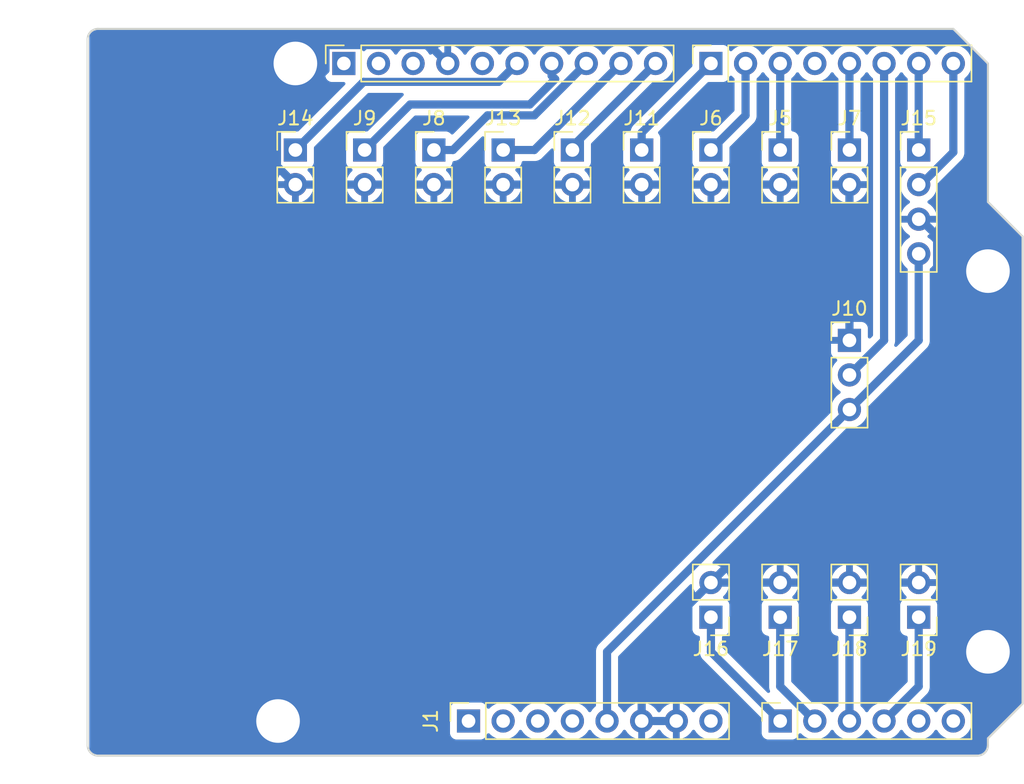
<source format=kicad_pcb>
(kicad_pcb (version 20221018) (generator pcbnew)
  (title_block (date "mar. 31 mars 2015"))
  (layers (0 "F.Cu" signal) (31 "B.Cu" signal) (34 "B.Paste" user) (35 "F.Paste" user) (36 "B.SilkS" user "B.Silkscreen") (37 "F.SilkS" user "F.Silkscreen") (38 "B.Mask" user) (39 "F.Mask" user) (44 "Edge.Cuts" user))
  (net 0 "")
  (net 1 "GND")
  (net 3 "/~{RESET}")
  (net 4 "/IOREF")
  (net 5 "/A0")
  (net 6 "/A1")
  (net 7 "/A2")
  (net 8 "/A3")
  (net 9 "/SDA{slash}A4")
  (net 10 "/SCL{slash}A5")
  (net 11 "/13")
  (net 12 "/12")
  (net 13 "/AREF")
  (net 14 "/8")
  (net 15 "/7")
  (net 16 "/*11")
  (net 17 "/*10")
  (net 18 "/*9")
  (net 19 "/4")
  (net 20 "/2")
  (net 21 "/*6")
  (net 22 "/*5")
  (net 23 "/TX{slash}1")
  (net 24 "/*3")
  (net 25 "/RX{slash}0")
  (net 26 "+3V3")
  (net 27 "+5V")
  (net 28 "VCC")
  (footprint "Connector_PinSocket_2.54mm:PinSocket_1x08_P2.54mm_Vertical" (layer "F.Cu") (at 127.94 97.46 90)
    (fp_text reference "J1" (at 0 -2.77 90) (layer "F.SilkS"))
    (fp_text value "Power")
    (fp_line (start -1.33 1.27) (end -1.33 19.11) (stroke (width 0.12)) (layer "F.SilkS"))
    (fp_line (start -1.33 1.27) (end 1.33 1.27) (stroke (width 0.12)) (layer "F.SilkS"))
    (fp_line (start -1.33 19.11) (end 1.33 19.11) (stroke (width 0.12)) (layer "F.SilkS"))
    (fp_line (start 0 -1.33) (end 1.33 -1.33) (stroke (width 0.12)) (layer "F.SilkS"))
    (fp_line (start 1.33 -1.33) (end 1.33 0) (stroke (width 0.12)) (layer "F.SilkS"))
    (fp_line (start 1.33 1.27) (end 1.33 19.11) (stroke (width 0.12)) (layer "F.SilkS"))
    (pad "1" thru_hole rect locked (at 0 0 90) (size 1.7 1.7) (drill 1) (layers "*.Cu" "*.Mask"))
    (pad "2" thru_hole oval locked (at 0 2.54 90) (size 1.7 1.7) (drill 1) (layers "*.Cu" "*.Mask") (net 4 "/IOREF"))
    (pad "3" thru_hole oval locked (at 0 5.08 90) (size 1.7 1.7) (drill 1) (layers "*.Cu" "*.Mask") (net 3 "/~{RESET}"))
    (pad "4" thru_hole oval locked (at 0 7.62 90) (size 1.7 1.7) (drill 1) (layers "*.Cu" "*.Mask") (net 26 "+3V3"))
    (pad "5" thru_hole oval locked (at 0 10.16 90) (size 1.7 1.7) (drill 1) (layers "*.Cu" "*.Mask") (net 27 "+5V"))
    (pad "6" thru_hole oval locked (at 0 12.7 90) (size 1.7 1.7) (drill 1) (layers "*.Cu" "*.Mask") (net 1 "GND"))
    (pad "7" thru_hole oval locked (at 0 15.24 90) (size 1.7 1.7) (drill 1) (layers "*.Cu" "*.Mask") (net 1 "GND"))
    (pad "8" thru_hole oval locked (at 0 17.78 90) (size 1.7 1.7) (drill 1) (layers "*.Cu" "*.Mask") (net 28 "VCC"))
  )
  (footprint "Connector_PinSocket_2.54mm:PinSocket_1x06_P2.54mm_Vertical" (layer "F.Cu") (at 150.8 97.46 90)
    (fp_text reference "J3" hide)
    (fp_text value "Analog")
    (fp_line (start -1.33 1.27) (end -1.33 14.03) (stroke (width 0.12)) (layer "F.SilkS"))
    (fp_line (start -1.33 1.27) (end 1.33 1.27) (stroke (width 0.12)) (layer "F.SilkS"))
    (fp_line (start -1.33 14.03) (end 1.33 14.03) (stroke (width 0.12)) (layer "F.SilkS"))
    (fp_line (start 0 -1.33) (end 1.33 -1.33) (stroke (width 0.12)) (layer "F.SilkS"))
    (fp_line (start 1.33 -1.33) (end 1.33 0) (stroke (width 0.12)) (layer "F.SilkS"))
    (fp_line (start 1.33 1.27) (end 1.33 14.03) (stroke (width 0.12)) (layer "F.SilkS"))
    (pad "1" thru_hole rect locked (at 0 0 90) (size 1.7 1.7) (drill 1) (layers "*.Cu" "*.Mask") (net 5 "/A0"))
    (pad "2" thru_hole oval locked (at 0 2.54 90) (size 1.7 1.7) (drill 1) (layers "*.Cu" "*.Mask") (net 6 "/A1"))
    (pad "3" thru_hole oval locked (at 0 5.08 90) (size 1.7 1.7) (drill 1) (layers "*.Cu" "*.Mask") (net 7 "/A2"))
    (pad "4" thru_hole oval locked (at 0 7.62 90) (size 1.7 1.7) (drill 1) (layers "*.Cu" "*.Mask") (net 8 "/A3"))
    (pad "5" thru_hole oval locked (at 0 10.16 90) (size 1.7 1.7) (drill 1) (layers "*.Cu" "*.Mask") (net 9 "/SDA{slash}A4"))
    (pad "6" thru_hole oval locked (at 0 12.7 90) (size 1.7 1.7) (drill 1) (layers "*.Cu" "*.Mask") (net 10 "/SCL{slash}A5"))
  )
  (footprint "Connector_PinSocket_2.54mm:PinSocket_1x10_P2.54mm_Vertical" (layer "F.Cu") (at 118.796 49.2 90)
    (fp_text reference "J2" hide)
    (fp_text value "Digital/PWM")
    (fp_line (start -1.33 1.27) (end -1.33 24.19) (stroke (width 0.12)) (layer "F.SilkS"))
    (fp_line (start -1.33 1.27) (end 1.33 1.27) (stroke (width 0.12)) (layer "F.SilkS"))
    (fp_line (start -1.33 24.19) (end 1.33 24.19) (stroke (width 0.12)) (layer "F.SilkS"))
    (fp_line (start 0 -1.33) (end 1.33 -1.33) (stroke (width 0.12)) (layer "F.SilkS"))
    (fp_line (start 1.33 -1.33) (end 1.33 0) (stroke (width 0.12)) (layer "F.SilkS"))
    (fp_line (start 1.33 1.27) (end 1.33 24.19) (stroke (width 0.12)) (layer "F.SilkS"))
    (pad "1" thru_hole rect locked (at 0 0 90) (size 1.7 1.7) (drill 1) (layers "*.Cu" "*.Mask") (net 10 "/SCL{slash}A5"))
    (pad "2" thru_hole oval locked (at 0 2.54 90) (size 1.7 1.7) (drill 1) (layers "*.Cu" "*.Mask") (net 9 "/SDA{slash}A4"))
    (pad "3" thru_hole oval locked (at 0 5.08 90) (size 1.7 1.7) (drill 1) (layers "*.Cu" "*.Mask") (net 13 "/AREF"))
    (pad "4" thru_hole oval locked (at 0 7.62 90) (size 1.7 1.7) (drill 1) (layers "*.Cu" "*.Mask") (net 1 "GND"))
    (pad "5" thru_hole oval locked (at 0 10.16 90) (size 1.7 1.7) (drill 1) (layers "*.Cu" "*.Mask") (net 11 "/13"))
    (pad "6" thru_hole oval locked (at 0 12.7 90) (size 1.7 1.7) (drill 1) (layers "*.Cu" "*.Mask") (net 12 "/12"))
    (pad "7" thru_hole oval locked (at 0 15.24 90) (size 1.7 1.7) (drill 1) (layers "*.Cu" "*.Mask") (net 16 "/*11"))
    (pad "8" thru_hole oval locked (at 0 17.78 90) (size 1.7 1.7) (drill 1) (layers "*.Cu" "*.Mask") (net 17 "/*10"))
    (pad "9" thru_hole oval locked (at 0 20.32 90) (size 1.7 1.7) (drill 1) (layers "*.Cu" "*.Mask") (net 18 "/*9"))
    (pad "10" thru_hole oval locked (at 0 22.86 90) (size 1.7 1.7) (drill 1) (layers "*.Cu" "*.Mask") (net 14 "/8"))
  )
  (footprint "Connector_PinSocket_2.54mm:PinSocket_1x08_P2.54mm_Vertical" (layer "F.Cu") (at 145.72 49.2 90)
    (fp_text reference "J4" hide)
    (fp_text value "Digital/PWM")
    (fp_line (start -1.33 1.27) (end -1.33 19.11) (stroke (width 0.12)) (layer "F.SilkS"))
    (fp_line (start -1.33 1.27) (end 1.33 1.27) (stroke (width 0.12)) (layer "F.SilkS"))
    (fp_line (start -1.33 19.11) (end 1.33 19.11) (stroke (width 0.12)) (layer "F.SilkS"))
    (fp_line (start 0 -1.33) (end 1.33 -1.33) (stroke (width 0.12)) (layer "F.SilkS"))
    (fp_line (start 1.33 -1.33) (end 1.33 0) (stroke (width 0.12)) (layer "F.SilkS"))
    (fp_line (start 1.33 1.27) (end 1.33 19.11) (stroke (width 0.12)) (layer "F.SilkS"))
    (pad "1" thru_hole rect locked (at 0 0 90) (size 1.7 1.7) (drill 1) (layers "*.Cu" "*.Mask") (net 15 "/7"))
    (pad "2" thru_hole oval locked (at 0 2.54 90) (size 1.7 1.7) (drill 1) (layers "*.Cu" "*.Mask") (net 21 "/*6"))
    (pad "3" thru_hole oval locked (at 0 5.08 90) (size 1.7 1.7) (drill 1) (layers "*.Cu" "*.Mask") (net 22 "/*5"))
    (pad "4" thru_hole oval locked (at 0 7.62 90) (size 1.7 1.7) (drill 1) (layers "*.Cu" "*.Mask") (net 19 "/4"))
    (pad "5" thru_hole oval locked (at 0 10.16 90) (size 1.7 1.7) (drill 1) (layers "*.Cu" "*.Mask") (net 24 "/*3"))
    (pad "6" thru_hole oval locked (at 0 12.7 90) (size 1.7 1.7) (drill 1) (layers "*.Cu" "*.Mask") (net 20 "/2"))
    (pad "7" thru_hole oval locked (at 0 15.24 90) (size 1.7 1.7) (drill 1) (layers "*.Cu" "*.Mask") (net 23 "/TX{slash}1"))
    (pad "8" thru_hole oval locked (at 0 17.78 90) (size 1.7 1.7) (drill 1) (layers "*.Cu" "*.Mask") (net 25 "/RX{slash}0"))
  )
  (footprint "Connector_PinHeader_2.54mm:PinHeader_1x02_P2.54mm_Vertical" (layer "F.Cu") (at 160.96 89.84 180)
    (fp_text reference "J19" (at 0 -2.33) (layer "F.SilkS"))
    (fp_text value "SENSOR_4")
    (fp_line (start -1.33 -1.33) (end 0 -1.33) (stroke (width 0.12)) (layer "F.SilkS"))
    (fp_line (start -1.33 0) (end -1.33 -1.33) (stroke (width 0.12)) (layer "F.SilkS"))
    (fp_line (start -1.33 1.27) (end -1.33 3.87) (stroke (width 0.12)) (layer "F.SilkS"))
    (fp_line (start -1.33 1.27) (end 1.33 1.27) (stroke (width 0.12)) (layer "F.SilkS"))
    (fp_line (start -1.33 3.87) (end 1.33 3.87) (stroke (width 0.12)) (layer "F.SilkS"))
    (fp_line (start 1.33 1.27) (end 1.33 3.87) (stroke (width 0.12)) (layer "F.SilkS"))
    (pad "1" thru_hole rect (at 0 0 180) (size 1.7 1.7) (drill 1) (layers "*.Cu" "*.Mask") (net 8 "/A3"))
    (pad "2" thru_hole oval (at 0 2.54 180) (size 1.7 1.7) (drill 1) (layers "*.Cu" "*.Mask") (net 1 "GND"))
  )
  (footprint "Connector_PinHeader_2.54mm:PinHeader_1x03_P2.54mm_Vertical" (layer "F.Cu") (at 155.88 69.52)
    (fp_text reference "J10" (at 0 -2.33) (layer "F.SilkS"))
    (fp_text value "RELAYS")
    (fp_line (start -1.33 -1.33) (end 0 -1.33) (stroke (width 0.12)) (layer "F.SilkS"))
    (fp_line (start -1.33 0) (end -1.33 -1.33) (stroke (width 0.12)) (layer "F.SilkS"))
    (fp_line (start -1.33 1.27) (end -1.33 6.41) (stroke (width 0.12)) (layer "F.SilkS"))
    (fp_line (start -1.33 1.27) (end 1.33 1.27) (stroke (width 0.12)) (layer "F.SilkS"))
    (fp_line (start -1.33 6.41) (end 1.33 6.41) (stroke (width 0.12)) (layer "F.SilkS"))
    (fp_line (start 1.33 1.27) (end 1.33 6.41) (stroke (width 0.12)) (layer "F.SilkS"))
    (pad "1" thru_hole rect (at 0 0) (size 1.7 1.7) (drill 1) (layers "*.Cu" "*.Mask") (net 1 "GND"))
    (pad "2" thru_hole oval (at 0 2.54) (size 1.7 1.7) (drill 1) (layers "*.Cu" "*.Mask") (net 20 "/2"))
    (pad "3" thru_hole oval (at 0 5.08) (size 1.7 1.7) (drill 1) (layers "*.Cu" "*.Mask") (net 27 "+5V"))
  )
  (footprint "Connector_PinHeader_2.54mm:PinHeader_1x02_P2.54mm_Vertical" (layer "F.Cu") (at 155.88 55.55)
    (fp_text reference "J7" (at 0 -2.33) (layer "F.SilkS"))
    (fp_text value "LED_BOTON")
    (fp_line (start -1.33 -1.33) (end 0 -1.33) (stroke (width 0.12)) (layer "F.SilkS"))
    (fp_line (start -1.33 0) (end -1.33 -1.33) (stroke (width 0.12)) (layer "F.SilkS"))
    (fp_line (start -1.33 1.27) (end -1.33 3.87) (stroke (width 0.12)) (layer "F.SilkS"))
    (fp_line (start -1.33 1.27) (end 1.33 1.27) (stroke (width 0.12)) (layer "F.SilkS"))
    (fp_line (start -1.33 3.87) (end 1.33 3.87) (stroke (width 0.12)) (layer "F.SilkS"))
    (fp_line (start 1.33 1.27) (end 1.33 3.87) (stroke (width 0.12)) (layer "F.SilkS"))
    (pad "1" thru_hole rect (at 0 0) (size 1.7 1.7) (drill 1) (layers "*.Cu" "*.Mask") (net 24 "/*3"))
    (pad "2" thru_hole oval (at 0 2.54) (size 1.7 1.7) (drill 1) (layers "*.Cu" "*.Mask") (net 1 "GND"))
  )
  (footprint "Connector_PinHeader_2.54mm:PinHeader_1x02_P2.54mm_Vertical" (layer "F.Cu") (at 150.8 89.84 180)
    (fp_text reference "J17" (at 0 -2.33) (layer "F.SilkS"))
    (fp_text value "SENSOR_2")
    (fp_line (start -1.33 -1.33) (end 0 -1.33) (stroke (width 0.12)) (layer "F.SilkS"))
    (fp_line (start -1.33 0) (end -1.33 -1.33) (stroke (width 0.12)) (layer "F.SilkS"))
    (fp_line (start -1.33 1.27) (end -1.33 3.87) (stroke (width 0.12)) (layer "F.SilkS"))
    (fp_line (start -1.33 1.27) (end 1.33 1.27) (stroke (width 0.12)) (layer "F.SilkS"))
    (fp_line (start -1.33 3.87) (end 1.33 3.87) (stroke (width 0.12)) (layer "F.SilkS"))
    (fp_line (start 1.33 1.27) (end 1.33 3.87) (stroke (width 0.12)) (layer "F.SilkS"))
    (pad "1" thru_hole rect (at 0 0 180) (size 1.7 1.7) (drill 1) (layers "*.Cu" "*.Mask") (net 6 "/A1"))
    (pad "2" thru_hole oval (at 0 2.54 180) (size 1.7 1.7) (drill 1) (layers "*.Cu" "*.Mask") (net 1 "GND"))
  )
  (footprint "Connector_PinHeader_2.54mm:PinHeader_1x04_P2.54mm_Vertical" (layer "F.Cu") (at 160.96 55.55)
    (fp_text reference "J15" (at 0 -2.33) (layer "F.SilkS"))
    (fp_text value "MP3")
    (fp_line (start -1.33 -1.33) (end 0 -1.33) (stroke (width 0.12)) (layer "F.SilkS"))
    (fp_line (start -1.33 0) (end -1.33 -1.33) (stroke (width 0.12)) (layer "F.SilkS"))
    (fp_line (start -1.33 1.27) (end -1.33 8.95) (stroke (width 0.12)) (layer "F.SilkS"))
    (fp_line (start -1.33 1.27) (end 1.33 1.27) (stroke (width 0.12)) (layer "F.SilkS"))
    (fp_line (start -1.33 8.95) (end 1.33 8.95) (stroke (width 0.12)) (layer "F.SilkS"))
    (fp_line (start 1.33 1.27) (end 1.33 8.95) (stroke (width 0.12)) (layer "F.SilkS"))
    (pad "1" thru_hole rect (at 0 0) (size 1.7 1.7) (drill 1) (layers "*.Cu" "*.Mask") (net 23 "/TX{slash}1"))
    (pad "2" thru_hole oval (at 0 2.54) (size 1.7 1.7) (drill 1) (layers "*.Cu" "*.Mask") (net 25 "/RX{slash}0"))
    (pad "3" thru_hole oval (at 0 5.08) (size 1.7 1.7) (drill 1) (layers "*.Cu" "*.Mask") (net 1 "GND"))
    (pad "4" thru_hole oval (at 0 7.62) (size 1.7 1.7) (drill 1) (layers "*.Cu" "*.Mask") (net 27 "+5V"))
  )
  (footprint "Arduino_MountingHole:MountingHole_3.2mm" (layer "F.Cu") (at 115.24 49.2)
    (fp_text reference "MH1" hide)
    (fp_text value "MountingHole_3.2mm" hide)
    (pad "" np_thru_hole circle locked (at 0 0) (size 3.2 3.2) (drill 3.2) (layers "*.Cu" "*.Mask"))
  )
  (footprint "Connector_PinHeader_2.54mm:PinHeader_1x02_P2.54mm_Vertical" (layer "F.Cu") (at 140.64 55.55)
    (fp_text reference "J11" (at 0 -2.33) (layer "F.SilkS"))
    (fp_text value "ROJO_1")
    (fp_line (start -1.33 -1.33) (end 0 -1.33) (stroke (width 0.12)) (layer "F.SilkS"))
    (fp_line (start -1.33 0) (end -1.33 -1.33) (stroke (width 0.12)) (layer "F.SilkS"))
    (fp_line (start -1.33 1.27) (end -1.33 3.87) (stroke (width 0.12)) (layer "F.SilkS"))
    (fp_line (start -1.33 1.27) (end 1.33 1.27) (stroke (width 0.12)) (layer "F.SilkS"))
    (fp_line (start -1.33 3.87) (end 1.33 3.87) (stroke (width 0.12)) (layer "F.SilkS"))
    (fp_line (start 1.33 1.27) (end 1.33 3.87) (stroke (width 0.12)) (layer "F.SilkS"))
    (pad "1" thru_hole rect (at 0 0) (size 1.7 1.7) (drill 1) (layers "*.Cu" "*.Mask") (net 15 "/7"))
    (pad "2" thru_hole oval (at 0 2.54) (size 1.7 1.7) (drill 1) (layers "*.Cu" "*.Mask") (net 1 "GND"))
  )
  (footprint "Connector_PinHeader_2.54mm:PinHeader_1x02_P2.54mm_Vertical" (layer "F.Cu") (at 120.32 55.55)
    (fp_text reference "J9" (at 0 -2.33) (layer "F.SilkS"))
    (fp_text value "LED_LLEGADA_2")
    (fp_line (start -1.33 -1.33) (end 0 -1.33) (stroke (width 0.12)) (layer "F.SilkS"))
    (fp_line (start -1.33 0) (end -1.33 -1.33) (stroke (width 0.12)) (layer "F.SilkS"))
    (fp_line (start -1.33 1.27) (end -1.33 3.87) (stroke (width 0.12)) (layer "F.SilkS"))
    (fp_line (start -1.33 1.27) (end 1.33 1.27) (stroke (width 0.12)) (layer "F.SilkS"))
    (fp_line (start -1.33 3.87) (end 1.33 3.87) (stroke (width 0.12)) (layer "F.SilkS"))
    (fp_line (start 1.33 1.27) (end 1.33 3.87) (stroke (width 0.12)) (layer "F.SilkS"))
    (pad "1" thru_hole rect (at 0 0) (size 1.7 1.7) (drill 1) (layers "*.Cu" "*.Mask") (net 16 "/*11"))
    (pad "2" thru_hole oval (at 0 2.54) (size 1.7 1.7) (drill 1) (layers "*.Cu" "*.Mask") (net 1 "GND"))
  )
  (footprint "Connector_PinHeader_2.54mm:PinHeader_1x02_P2.54mm_Vertical" (layer "F.Cu") (at 135.56 55.55)
    (fp_text reference "J12" (at 0 -2.33) (layer "F.SilkS"))
    (fp_text value "ROJO_2")
    (fp_line (start -1.33 -1.33) (end 0 -1.33) (stroke (width 0.12)) (layer "F.SilkS"))
    (fp_line (start -1.33 0) (end -1.33 -1.33) (stroke (width 0.12)) (layer "F.SilkS"))
    (fp_line (start -1.33 1.27) (end -1.33 3.87) (stroke (width 0.12)) (layer "F.SilkS"))
    (fp_line (start -1.33 1.27) (end 1.33 1.27) (stroke (width 0.12)) (layer "F.SilkS"))
    (fp_line (start -1.33 3.87) (end 1.33 3.87) (stroke (width 0.12)) (layer "F.SilkS"))
    (fp_line (start 1.33 1.27) (end 1.33 3.87) (stroke (width 0.12)) (layer "F.SilkS"))
    (pad "1" thru_hole rect (at 0 0) (size 1.7 1.7) (drill 1) (layers "*.Cu" "*.Mask") (net 14 "/8"))
    (pad "2" thru_hole oval (at 0 2.54) (size 1.7 1.7) (drill 1) (layers "*.Cu" "*.Mask") (net 1 "GND"))
  )
  (footprint "Connector_PinHeader_2.54mm:PinHeader_1x02_P2.54mm_Vertical" (layer "F.Cu") (at 145.72 89.84 180)
    (fp_text reference "J16" (at 0 -2.33) (layer "F.SilkS"))
    (fp_text value "SENSOR_1")
    (fp_line (start -1.33 -1.33) (end 0 -1.33) (stroke (width 0.12)) (layer "F.SilkS"))
    (fp_line (start -1.33 0) (end -1.33 -1.33) (stroke (width 0.12)) (layer "F.SilkS"))
    (fp_line (start -1.33 1.27) (end -1.33 3.87) (stroke (width 0.12)) (layer "F.SilkS"))
    (fp_line (start -1.33 1.27) (end 1.33 1.27) (stroke (width 0.12)) (layer "F.SilkS"))
    (fp_line (start -1.33 3.87) (end 1.33 3.87) (stroke (width 0.12)) (layer "F.SilkS"))
    (fp_line (start 1.33 1.27) (end 1.33 3.87) (stroke (width 0.12)) (layer "F.SilkS"))
    (pad "1" thru_hole rect (at 0 0 180) (size 1.7 1.7) (drill 1) (layers "*.Cu" "*.Mask") (net 5 "/A0"))
    (pad "2" thru_hole oval (at 0 2.54 180) (size 1.7 1.7) (drill 1) (layers "*.Cu" "*.Mask") (net 1 "GND"))
  )
  (footprint "Connector_PinHeader_2.54mm:PinHeader_1x02_P2.54mm_Vertical" (layer "F.Cu") (at 145.72 55.55)
    (fp_text reference "J6" (at 0 -2.33) (layer "F.SilkS"))
    (fp_text value "LED_PARTIDA_2")
    (fp_line (start -1.33 -1.33) (end 0 -1.33) (stroke (width 0.12)) (layer "F.SilkS"))
    (fp_line (start -1.33 0) (end -1.33 -1.33) (stroke (width 0.12)) (layer "F.SilkS"))
    (fp_line (start -1.33 1.27) (end -1.33 3.87) (stroke (width 0.12)) (layer "F.SilkS"))
    (fp_line (start -1.33 1.27) (end 1.33 1.27) (stroke (width 0.12)) (layer "F.SilkS"))
    (fp_line (start -1.33 3.87) (end 1.33 3.87) (stroke (width 0.12)) (layer "F.SilkS"))
    (fp_line (start 1.33 1.27) (end 1.33 3.87) (stroke (width 0.12)) (layer "F.SilkS"))
    (pad "1" thru_hole rect (at 0 0) (size 1.7 1.7) (drill 1) (layers "*.Cu" "*.Mask") (net 21 "/*6"))
    (pad "2" thru_hole oval (at 0 2.54) (size 1.7 1.7) (drill 1) (layers "*.Cu" "*.Mask") (net 1 "GND"))
  )
  (footprint "Connector_PinHeader_2.54mm:PinHeader_1x02_P2.54mm_Vertical" (layer "F.Cu") (at 155.88 89.84 180)
    (fp_text reference "J18" (at 0 -2.33) (layer "F.SilkS"))
    (fp_text value "SENSOR_3")
    (fp_line (start -1.33 -1.33) (end 0 -1.33) (stroke (width 0.12)) (layer "F.SilkS"))
    (fp_line (start -1.33 0) (end -1.33 -1.33) (stroke (width 0.12)) (layer "F.SilkS"))
    (fp_line (start -1.33 1.27) (end -1.33 3.87) (stroke (width 0.12)) (layer "F.SilkS"))
    (fp_line (start -1.33 1.27) (end 1.33 1.27) (stroke (width 0.12)) (layer "F.SilkS"))
    (fp_line (start -1.33 3.87) (end 1.33 3.87) (stroke (width 0.12)) (layer "F.SilkS"))
    (fp_line (start 1.33 1.27) (end 1.33 3.87) (stroke (width 0.12)) (layer "F.SilkS"))
    (pad "1" thru_hole rect (at 0 0 180) (size 1.7 1.7) (drill 1) (layers "*.Cu" "*.Mask") (net 7 "/A2"))
    (pad "2" thru_hole oval (at 0 2.54 180) (size 1.7 1.7) (drill 1) (layers "*.Cu" "*.Mask") (net 1 "GND"))
  )
  (footprint "Connector_PinHeader_2.54mm:PinHeader_1x02_P2.54mm_Vertical" (layer "F.Cu") (at 115.24 55.55)
    (fp_text reference "J14" (at 0 -2.33) (layer "F.SilkS"))
    (fp_text value "VERDE")
    (fp_line (start -1.33 -1.33) (end 0 -1.33) (stroke (width 0.12)) (layer "F.SilkS"))
    (fp_line (start -1.33 0) (end -1.33 -1.33) (stroke (width 0.12)) (layer "F.SilkS"))
    (fp_line (start -1.33 1.27) (end -1.33 3.87) (stroke (width 0.12)) (layer "F.SilkS"))
    (fp_line (start -1.33 1.27) (end 1.33 1.27) (stroke (width 0.12)) (layer "F.SilkS"))
    (fp_line (start -1.33 3.87) (end 1.33 3.87) (stroke (width 0.12)) (layer "F.SilkS"))
    (fp_line (start 1.33 1.27) (end 1.33 3.87) (stroke (width 0.12)) (layer "F.SilkS"))
    (pad "1" thru_hole rect (at 0 0) (size 1.7 1.7) (drill 1) (layers "*.Cu" "*.Mask") (net 12 "/12"))
    (pad "2" thru_hole oval (at 0 2.54) (size 1.7 1.7) (drill 1) (layers "*.Cu" "*.Mask") (net 1 "GND"))
  )
  (footprint "Connector_PinHeader_2.54mm:PinHeader_1x02_P2.54mm_Vertical" (layer "F.Cu") (at 125.4 55.55)
    (fp_text reference "J8" (at 0 -2.33) (layer "F.SilkS"))
    (fp_text value "LED_LLEGADA_1")
    (fp_line (start -1.33 -1.33) (end 0 -1.33) (stroke (width 0.12)) (layer "F.SilkS"))
    (fp_line (start -1.33 0) (end -1.33 -1.33) (stroke (width 0.12)) (layer "F.SilkS"))
    (fp_line (start -1.33 1.27) (end -1.33 3.87) (stroke (width 0.12)) (layer "F.SilkS"))
    (fp_line (start -1.33 1.27) (end 1.33 1.27) (stroke (width 0.12)) (layer "F.SilkS"))
    (fp_line (start -1.33 3.87) (end 1.33 3.87) (stroke (width 0.12)) (layer "F.SilkS"))
    (fp_line (start 1.33 1.27) (end 1.33 3.87) (stroke (width 0.12)) (layer "F.SilkS"))
    (pad "1" thru_hole rect (at 0 0) (size 1.7 1.7) (drill 1) (layers "*.Cu" "*.Mask") (net 17 "/*10"))
    (pad "2" thru_hole oval (at 0 2.54) (size 1.7 1.7) (drill 1) (layers "*.Cu" "*.Mask") (net 1 "GND"))
  )
  (footprint "Connector_PinHeader_2.54mm:PinHeader_1x02_P2.54mm_Vertical" (layer "F.Cu") (at 130.48 55.55)
    (fp_text reference "J13" (at 0 -2.33) (layer "F.SilkS"))
    (fp_text value "ROJO_3")
    (fp_line (start -1.33 -1.33) (end 0 -1.33) (stroke (width 0.12)) (layer "F.SilkS"))
    (fp_line (start -1.33 0) (end -1.33 -1.33) (stroke (width 0.12)) (layer "F.SilkS"))
    (fp_line (start -1.33 1.27) (end -1.33 3.87) (stroke (width 0.12)) (layer "F.SilkS"))
    (fp_line (start -1.33 1.27) (end 1.33 1.27) (stroke (width 0.12)) (layer "F.SilkS"))
    (fp_line (start -1.33 3.87) (end 1.33 3.87) (stroke (width 0.12)) (layer "F.SilkS"))
    (fp_line (start 1.33 1.27) (end 1.33 3.87) (stroke (width 0.12)) (layer "F.SilkS"))
    (pad "1" thru_hole rect (at 0 0) (size 1.7 1.7) (drill 1) (layers "*.Cu" "*.Mask") (net 18 "/*9"))
    (pad "2" thru_hole oval (at 0 2.54) (size 1.7 1.7) (drill 1) (layers "*.Cu" "*.Mask") (net 1 "GND"))
  )
  (footprint "Arduino_MountingHole:MountingHole_3.2mm" (layer "F.Cu") (at 113.97 97.46)
    (fp_text reference "MH2" hide)
    (fp_text value "MountingHole_3.2mm" hide)
    (pad "" np_thru_hole circle locked (at 0 0) (size 3.2 3.2) (drill 3.2) (layers "*.Cu" "*.Mask"))
  )
  (footprint "Arduino_MountingHole:MountingHole_3.2mm" (layer "F.Cu") (at 166.04 64.44)
    (fp_text reference "MH3" hide)
    (fp_text value "MountingHole_3.2mm" hide)
    (pad "" np_thru_hole circle locked (at 0 0) (size 3.2 3.2) (drill 3.2) (layers "*.Cu" "*.Mask"))
  )
  (footprint "Arduino_MountingHole:MountingHole_3.2mm" (layer "F.Cu") (at 166.04 92.38)
    (fp_text reference "MH4" hide)
    (fp_text value "MountingHole_3.2mm" hide)
    (pad "" np_thru_hole circle locked (at 0 0) (size 3.2 3.2) (drill 3.2) (layers "*.Cu" "*.Mask"))
  )
  (footprint "Connector_PinHeader_2.54mm:PinHeader_1x02_P2.54mm_Vertical" (layer "F.Cu") (at 150.8 55.55)
    (fp_text reference "J5" (at 0 -2.33) (layer "F.SilkS"))
    (fp_text value "LED_PARTIDA_1")
    (fp_line (start -1.33 -1.33) (end 0 -1.33) (stroke (width 0.12)) (layer "F.SilkS"))
    (fp_line (start -1.33 0) (end -1.33 -1.33) (stroke (width 0.12)) (layer "F.SilkS"))
    (fp_line (start -1.33 1.27) (end -1.33 3.87) (stroke (width 0.12)) (layer "F.SilkS"))
    (fp_line (start -1.33 1.27) (end 1.33 1.27) (stroke (width 0.12)) (layer "F.SilkS"))
    (fp_line (start -1.33 3.87) (end 1.33 3.87) (stroke (width 0.12)) (layer "F.SilkS"))
    (fp_line (start 1.33 1.27) (end 1.33 3.87) (stroke (width 0.12)) (layer "F.SilkS"))
    (pad "1" thru_hole rect (at 0 0) (size 1.7 1.7) (drill 1) (layers "*.Cu" "*.Mask") (net 22 "/*5"))
    (pad "2" thru_hole oval (at 0 2.54) (size 1.7 1.7) (drill 1) (layers "*.Cu" "*.Mask") (net 1 "GND"))
  )
  (gr_line (start 166.04 59.36) (end 168.58 61.9) (stroke (width 0.15)) (layer "Edge.Cuts"))
  (gr_line (start 100 99.238) (end 100 47.422) (stroke (width 0.15)) (layer "Edge.Cuts"))
  (gr_line (start 168.58 61.9) (end 168.58 96.19) (stroke (width 0.15)) (layer "Edge.Cuts"))
  (gr_line (start 165.278 100) (end 100.762 100) (stroke (width 0.15)) (layer "Edge.Cuts"))
  (gr_line (start 100.762 46.66) (end 163.5 46.66) (stroke (width 0.15)) (layer "Edge.Cuts"))
  (gr_arc (start 100.762 100) (mid 100.223185 99.776815) (end 100 99.238) (stroke (width 0.15)) (layer "Edge.Cuts"))
  (gr_line (start 168.58 96.19) (end 166.04 98.73) (stroke (width 0.15)) (layer "Edge.Cuts"))
  (gr_line (start 163.5 46.66) (end 166.04 49.2) (stroke (width 0.15)) (layer "Edge.Cuts"))
  (gr_arc (start 166.04 99.238) (mid 165.816815 99.776815) (end 165.278 100) (stroke (width 0.15)) (layer "Edge.Cuts"))
  (gr_line (start 166.04 49.2) (end 166.04 59.36) (stroke (width 0.15)) (layer "Edge.Cuts"))
  (gr_line (start 166.04 98.73) (end 166.04 99.238) (stroke (width 0.15)) (layer "Edge.Cuts"))
  (gr_arc (start 100 47.422) (mid 100.223185 46.883185) (end 100.762 46.66) (stroke (width 0.15)) (layer "Edge.Cuts"))
  (segment (start 150.8 58.09) (end 155.88 58.09) (width 0.6) (layer "B.Cu") (net 1))
  (segment (start 162.31 70.71) (end 145.72 87.3) (width 0.6) (layer "B.Cu") (net 1))
  (segment (start 145.72 58.09) (end 150.8 58.09) (width 0.6) (layer "B.Cu") (net 1))
  (segment (start 160.96 60.63) (end 161.087 60.63) (width 0.6) (layer "B.Cu") (net 1))
  (segment (start 140.64 97.46) (end 143.18 97.46) (width 0.6) (layer "B.Cu") (net 1))
  (segment (start 140.64 58.09) (end 145.72 58.09) (width 0.6) (layer "B.Cu") (net 1))
  (segment (start 140.64 97.46) (end 140.64 92.38) (width 0.6) (layer "B.Cu") (net 1))
  (segment (start 140.64 92.38) (end 145.72 87.3) (width 0.6) (layer "B.Cu") (net 1))
  (segment (start 125.4 58.09) (end 130.48 58.09) (width 0.6) (layer "B.Cu") (net 1))
  (segment (start 135.56 58.09) (end 140.64 58.09) (width 0.6) (layer "B.Cu") (net 1))
  (segment (start 155.88 69.52) (end 155.88 58.09) (width 0.6) (layer "B.Cu") (net 1))
  (segment (start 145.72 87.3) (end 150.8 87.3) (width 0.6) (layer "B.Cu") (net 1))
  (segment (start 155.88 87.3) (end 160.96 87.3) (width 0.6) (layer "B.Cu") (net 1))
  (segment (start 117.446 49.681006) (end 117.446 47.85) (width 0.6) (layer "B.Cu") (net 1))
  (segment (start 150.8 87.3) (end 155.88 87.3) (width 0.6) (layer "B.Cu") (net 1))
  (segment (start 117.446 47.85) (end 125.066 47.85) (width 0.6) (layer "B.Cu") (net 1))
  (segment (start 113.89 53.237006) (end 117.446 49.681006) (width 0.6) (layer "B.Cu") (net 1))
  (segment (start 125.066 47.85) (end 126.416 49.2) (width 0.6) (layer "B.Cu") (net 1))
  (segment (start 113.89 56.74) (end 113.89 53.237006) (width 0.6) (layer "B.Cu") (net 1))
  (segment (start 115.24 58.09) (end 113.89 56.74) (width 0.6) (layer "B.Cu") (net 1))
  (segment (start 130.48 58.09) (end 135.56 58.09) (width 0.6) (layer "B.Cu") (net 1))
  (segment (start 115.24 58.09) (end 120.32 58.09) (width 0.6) (layer "B.Cu") (net 1))
  (segment (start 162.31 61.853) (end 162.31 70.71) (width 0.6) (layer "B.Cu") (net 1))
  (segment (start 120.32 58.09) (end 125.4 58.09) (width 0.6) (layer "B.Cu") (net 1))
  (segment (start 161.087 60.63) (end 162.31 61.853) (width 0.6) (layer "B.Cu") (net 1))
  (segment (start 145.72 89.84) (end 145.72 92.38) (width 0.6) (layer "B.Cu") (net 5))
  (segment (start 145.72 92.38) (end 150.8 97.46) (width 0.6) (layer "B.Cu") (net 5))
  (segment (start 150.8 89.84) (end 150.8 94.92) (width 0.6) (layer "B.Cu") (net 6))
  (segment (start 150.8 94.92) (end 153.34 97.46) (width 0.6) (layer "B.Cu") (net 6))
  (segment (start 155.88 89.84) (end 155.88 97.46) (width 0.6) (layer "B.Cu") (net 7))
  (segment (start 160.96 94.92) (end 158.42 97.46) (width 0.6) (layer "B.Cu") (net 8))
  (segment (start 160.96 89.84) (end 160.96 94.92) (width 0.6) (layer "B.Cu") (net 8))
  (segment (start 130.146 50.55) (end 131.496 49.2) (width 0.6) (layer "B.Cu") (net 12))
  (segment (start 115.24 55.55) (end 120.24 50.55) (width 0.6) (layer "B.Cu") (net 12))
  (segment (start 120.24 50.55) (end 130.146 50.55) (width 0.6) (layer "B.Cu") (net 12))
  (segment (start 135.56 55.296) (end 135.56 55.55) (width 0.6) (layer "B.Cu") (net 14))
  (segment (start 141.656 49.2) (end 135.56 55.296) (width 0.6) (layer "B.Cu") (net 14))
  (segment (start 145.72 49.2) (end 140.64 54.28) (width 0.6) (layer "B.Cu") (net 15))
  (segment (start 140.64 54.28) (end 140.64 55.55) (width 0.6) (layer "B.Cu") (net 15))
  (segment (start 134.295815 50.348815) (end 134.036 50.089) (width 0.6) (layer "B.Cu") (net 16))
  (segment (start 120.32 55.55) (end 123.66 52.21) (width 0.6) (layer "B.Cu") (net 16))
  (segment (start 134.036 50.089) (end 134.036 49.2) (width 0.6) (layer "B.Cu") (net 16))
  (segment (start 123.66 52.21) (end 132.43463 52.21) (width 0.6) (layer "B.Cu") (net 16))
  (segment (start 132.43463 52.21) (end 134.295815 50.348815) (width 0.6) (layer "B.Cu") (net 16))
  (segment (start 129.337 53.01) (end 132.766 53.01) (width 0.6) (layer "B.Cu") (net 17))
  (segment (start 126.797 55.55) (end 129.337 53.01) (width 0.6) (layer "B.Cu") (net 17))
  (segment (start 132.766 53.01) (end 136.576 49.2) (width 0.6) (layer "B.Cu") (net 17))
  (segment (start 125.4 55.55) (end 126.797 55.55) (width 0.6) (layer "B.Cu") (net 17))
  (segment (start 132.766 55.55) (end 130.48 55.55) (width 0.6) (layer "B.Cu") (net 18))
  (segment (start 139.116 49.2) (end 132.766 55.55) (width 0.6) (layer "B.Cu") (net 18))
  (segment (start 155.88 72.06) (end 158.42 69.52) (width 0.6) (layer "B.Cu") (net 20))
  (segment (start 158.42 69.52) (end 158.42 49.2) (width 0.6) (layer "B.Cu") (net 20))
  (segment (start 148.26 49.2) (end 148.26 53.01) (width 0.6) (layer "B.Cu") (net 21))
  (segment (start 148.26 53.01) (end 145.72 55.55) (width 0.6) (layer "B.Cu") (net 21))
  (segment (start 150.8 49.2) (end 150.8 55.55) (width 0.6) (layer "B.Cu") (net 22))
  (segment (start 160.96 49.2) (end 160.96 55.55) (width 0.6) (layer "B.Cu") (net 23))
  (segment (start 155.88 49.2) (end 155.88 55.55) (width 0.6) (layer "B.Cu") (net 24))
  (segment (start 163.5 55.71) (end 161.12 58.09) (width 0.6) (layer "B.Cu") (net 25))
  (segment (start 163.5 49.2) (end 163.5 55.71) (width 0.6) (layer "B.Cu") (net 25))
  (segment (start 161.12 58.09) (end 160.96 58.09) (width 0.6) (layer "B.Cu") (net 25))
  (segment (start 138.1 92.38) (end 138.1 97.46) (width 0.6) (layer "B.Cu") (net 27))
  (segment (start 155.88 74.6) (end 138.1 92.38) (width 0.6) (layer "B.Cu") (net 27))
  (segment (start 160.96 69.52) (end 155.88 74.6) (width 0.6) (layer "B.Cu") (net 27))
  (segment (start 160.96 63.17) (end 160.96 69.52) (width 0.6) (layer "B.Cu") (net 27))
  (zone (net 1) (net_name "GND") (layer "B.Cu") (connect_pads (clearance 0.508)) (min_thickness 0.25) (fill yes (thermal_gap 0.5) (thermal_bridge_width 0.5))
    (polygon (pts (xy 100.127 46.66) (xy 163.627 46.66) (xy 166.167 49.2) (xy 166.167 59.36) (xy 168.707 61.9) (xy 168.707 96.19) (xy 166.167 98.73) (xy 166.167 100) (xy 100.127 100)))
  )
)
</source>
